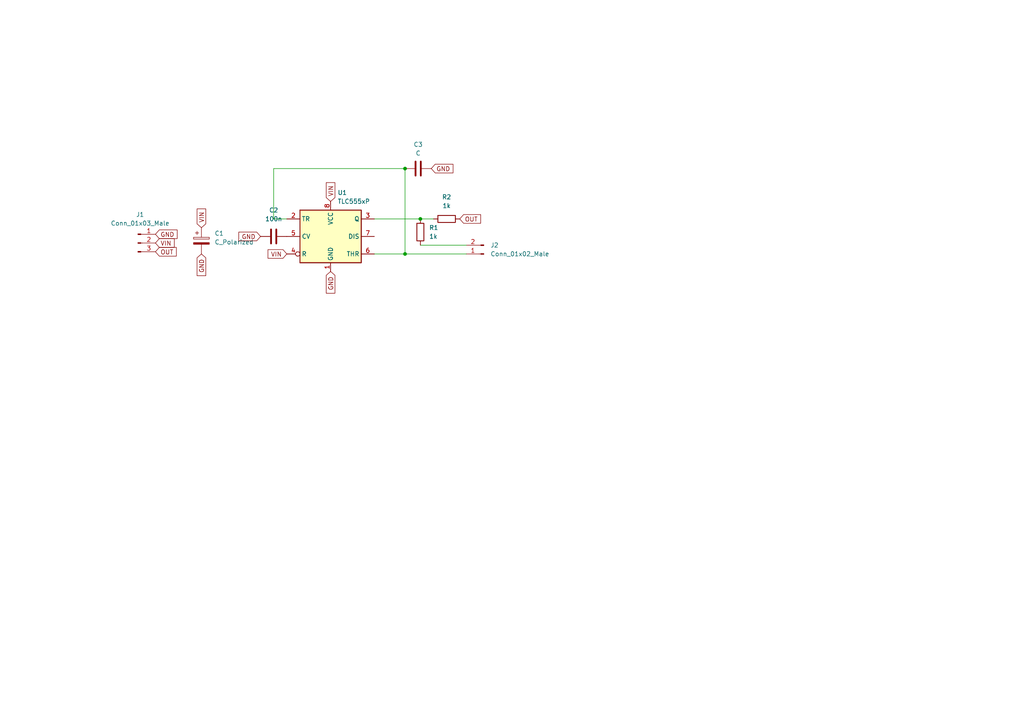
<source format=kicad_sch>
(kicad_sch (version 20230121) (generator eeschema)
  (paper "A4")
  (lib_symbols
    (symbol "Connector:Conn_01x02_Male" (pin_names (offset 1.016) hide)
      (property "Reference" "J" (at 0 2.54 0))
      (property "Value" "Conn_01x02_Male" (at 0 -5.08 0))
      (symbol "Conn_01x02_Male_1_1"
        (polyline (pts (xy 1.27 -2.54) (xy 0.8636 -2.54)) (stroke (width 0.1524)))
        (polyline (pts (xy 1.27 0) (xy 0.8636 0)) (stroke (width 0.1524)))
        (rectangle (start 0.8636 -2.413) (end 0 -2.667) (stroke (width 0.1524)) (fill (type outline)))
        (rectangle (start 0.8636 0.127) (end 0 -0.127) (stroke (width 0.1524)) (fill (type outline)))
        (pin passive line (at 5.08 0 180) (length 3.81) (name "Pin_1") (number "1"))
        (pin passive line (at 5.08 -2.54 180) (length 3.81) (name "Pin_2") (number "2"))
      )
    )
    (symbol "Connector:Conn_01x03_Male" (pin_names (offset 1.016) hide)
      (property "Reference" "J" (at 0 5.08 0))
      (property "Value" "Conn_01x03_Male" (at 0 -5.08 0))
      (symbol "Conn_01x03_Male_1_1"
        (polyline (pts (xy 1.27 -2.54) (xy 0.8636 -2.54)) (stroke (width 0.1524)))
        (polyline (pts (xy 1.27 0) (xy 0.8636 0)) (stroke (width 0.1524)))
        (polyline (pts (xy 1.27 2.54) (xy 0.8636 2.54)) (stroke (width 0.1524)))
        (rectangle (start 0.8636 -2.413) (end 0 -2.667) (stroke (width 0.1524)) (fill (type outline)))
        (rectangle (start 0.8636 0.127) (end 0 -0.127) (stroke (width 0.1524)) (fill (type outline)))
        (rectangle (start 0.8636 2.667) (end 0 2.413) (stroke (width 0.1524)) (fill (type outline)))
        (pin passive line (at 5.08 2.54 180) (length 3.81) (name "Pin_1") (number "1"))
        (pin passive line (at 5.08 0 180) (length 3.81) (name "Pin_2") (number "2"))
        (pin passive line (at 5.08 -2.54 180) (length 3.81) (name "Pin_3") (number "3"))
      )
    )
    (symbol "Device:C" (pin_numbers hide) (pin_names (offset 0.254))
      (property "Reference" "C" (at 0.635 2.54 0))
      (property "Value" "C" (at 0.635 -2.54 0))
      (symbol "C_0_1"
        (polyline (pts (xy -2.032 -0.762) (xy 2.032 -0.762)) (stroke (width 0.508)))
        (polyline (pts (xy -2.032 0.762) (xy 2.032 0.762)) (stroke (width 0.508)))
      )
      (symbol "C_1_1"
        (pin passive line (at 0 3.81 270) (length 2.794) (name "~") (number "1"))
        (pin passive line (at 0 -3.81 90) (length 2.794) (name "~") (number "2"))
      )
    )
    (symbol "Device:C_Polarized" (pin_numbers hide) (pin_names (offset 0.254))
      (property "Reference" "C" (at 0.635 2.54 0))
      (property "Value" "C_Polarized" (at 0.635 -2.54 0))
      (symbol "C_Polarized_0_1"
        (rectangle (start -2.286 0.508) (end 2.286 1.016))
        (polyline (pts (xy -1.778 2.286) (xy -0.762 2.286)))
        (polyline (pts (xy -1.27 2.794) (xy -1.27 1.778)))
        (rectangle (start 2.286 -0.508) (end -2.286 -1.016) (fill (type outline)))
      )
      (symbol "C_Polarized_1_1"
        (pin passive line (at 0 3.81 270) (length 2.794) (name "~") (number "1"))
        (pin passive line (at 0 -3.81 90) (length 2.794) (name "~") (number "2"))
      )
    )
    (symbol "Device:R" (pin_numbers hide) (pin_names (offset 0))
      (property "Reference" "R" (at 2.032 0 90))
      (property "Value" "R" (at 0 0 90))
      (symbol "R_0_1"
        (rectangle (start -1.016 -2.54) (end 1.016 2.54) (stroke (width 0.254)))
      )
      (symbol "R_1_1"
        (pin passive line (at 0 3.81 270) (length 1.27) (name "~") (number "1"))
        (pin passive line (at 0 -3.81 90) (length 1.27) (name "~") (number "2"))
      )
    )
    (symbol "Timer:TLC555xP"
      (property "Reference" "U" (at -10.16 8.89 0))
      (property "Value" "TLC555xP" (at 2.54 8.89 0))
      (symbol "TLC555xP_0_0"
        (pin power_in line (at 0 -10.16 90) (length 2.54) (name "GND") (number "1"))
        (pin power_in line (at 0 10.16 270) (length 2.54) (name "VCC") (number "8"))
      )
      (symbol "TLC555xP_0_1"
        (rectangle (start -8.89 -7.62) (end 8.89 7.62) (stroke (width 0.254)) (fill (type background)))
        (rectangle (start -8.89 -7.62) (end 8.89 7.62) (stroke (width 0.254)) (fill (type background)))
      )
      (symbol "TLC555xP_1_1"
        (pin input line (at -12.7 5.08 0) (length 3.81) (name "TR") (number "2"))
        (pin output line (at 12.7 5.08 180) (length 3.81) (name "Q") (number "3"))
        (pin input inverted (at -12.7 -5.08 0) (length 3.81) (name "R") (number "4"))
        (pin input line (at -12.7 0 0) (length 3.81) (name "CV") (number "5"))
        (pin input line (at 12.7 -5.08 180) (length 3.81) (name "THR") (number "6"))
        (pin input line (at 12.7 0 180) (length 3.81) (name "DIS") (number "7"))
      )
    )
  )
  (junction (at 117.475 73.66))
  (junction (at 121.92 63.5))
  (junction (at 117.475 48.895))
  (wire (pts (xy 108.585 63.5) (xy 121.92 63.5)))
  (wire (pts (xy 117.475 73.66) (xy 135.255 73.66)))
  (wire (pts (xy 79.375 63.5) (xy 79.375 48.895)))
  (wire (pts (xy 121.92 63.5) (xy 125.73 63.5)))
  (wire (pts (xy 121.92 71.12) (xy 135.255 71.12)))
  (wire (pts (xy 83.185 63.5) (xy 79.375 63.5)))
  (wire (pts (xy 79.375 48.895) (xy 117.475 48.895)))
  (wire (pts (xy 117.475 73.66) (xy 108.585 73.66)))
  (wire (pts (xy 117.475 48.895) (xy 117.475 73.66)))
  (global_label "VIN" (shape input) (at 58.42 66.04 90) (property "Intersheetrefs" "${INTERSHEET_REFS}" (effects hide)))
  (global_label "GND" (shape input) (at 58.42 73.66 270) (property "Intersheetrefs" "${INTERSHEET_REFS}" (effects hide)))
  (global_label "GND" (shape input) (at 125.095 48.895 0) (property "Intersheetrefs" "${INTERSHEET_REFS}" (effects hide)))
  (global_label "OUT" (shape input) (at 45.085 73.025 0) (property "Intersheetrefs" "${INTERSHEET_REFS}" (effects hide)))
  (global_label "VIN" (shape input) (at 95.885 58.42 90) (property "Intersheetrefs" "${INTERSHEET_REFS}" (effects hide)))
  (global_label "OUT" (shape input) (at 133.35 63.5 0) (property "Intersheetrefs" "${INTERSHEET_REFS}" (effects hide)))
  (global_label "VIN" (shape input) (at 45.085 70.485 0) (property "Intersheetrefs" "${INTERSHEET_REFS}" (effects hide)))
  (global_label "GND" (shape input) (at 95.885 78.74 270) (property "Intersheetrefs" "${INTERSHEET_REFS}" (effects hide)))
  (global_label "GND" (shape input) (at 45.085 67.945 0) (property "Intersheetrefs" "${INTERSHEET_REFS}" (effects hide)))
  (global_label "GND" (shape input) (at 75.565 68.58 180) (property "Intersheetrefs" "${INTERSHEET_REFS}" (effects hide)))
  (global_label "VIN" (shape input) (at 83.185 73.66 180) (property "Intersheetrefs" "${INTERSHEET_REFS}" (effects hide)))
  (symbol (lib_id "Device:C") (at 79.375 68.58 90) (unit 1)
    (property "Reference" "C2" (at 79.375 60.96 90))
    (property "Value" "100n" (at 79.375 63.5 90))
    (property "Footprint" "Capacitor_SMD:C_0805_2012Metric" (effects hide))
  )
  (symbol (lib_id "Connector:Conn_01x03_Male") (at 40.005 70.485 0) (unit 1)
    (property "Reference" "J1" (at 40.64 62.23 0))
    (property "Value" "Conn_01x03_Male" (at 40.64 64.77 0))
    (property "Footprint" "Connector_JST:JST_EH_B3B-EH-A_1x03_P2.50mm_Vertical" (effects hide))
  )
  (symbol (lib_id "Device:C_Polarized") (at 58.42 69.85 0) (unit 1)
    (property "Reference" "C1" (at 62.23 67.6909 0) (effects (justify left)))
    (property "Value" "C_Polarized" (at 62.23 70.2309 0) (effects (justify left)))
    (property "Footprint" "Capacitor_THT:CP_Radial_D8.0mm_P2.50mm" (effects hide))
  )
  (symbol (lib_id "Timer:TLC555xP") (at 95.885 68.58 0) (unit 1)
    (property "Reference" "U1" (at 97.9044 55.88 0) (effects (justify left)))
    (property "Value" "TLC555xP" (at 97.9044 58.42 0) (effects (justify left)))
    (property "Footprint" "Package_SO:SO-8_3.9x4.9mm_P1.27mm" (effects hide))
    (property "Datasheet" "http://www.ti.com/lit/ds/symlink/tlc555.pdf" (effects hide))
  )
  (symbol (lib_id "Device:C") (at 121.285 48.895 90) (unit 1)
    (property "Reference" "C3" (at 121.285 41.91 90))
    (property "Value" "C" (at 121.285 44.45 90))
    (property "Footprint" "Capacitor_SMD:C_0805_2012Metric" (effects hide))
  )
  (symbol (lib_id "Connector:Conn_01x02_Male") (at 140.335 73.66 180) (unit 1)
    (property "Reference" "J2" (at 142.24 71.1199 0) (effects (justify right)))
    (property "Value" "Conn_01x02_Male" (at 142.24 73.6599 0) (effects (justify right)))
    (property "Footprint" "Connector_JST:JST_XA_B02B-XASK-1_1x02_P2.50mm_Vertical" (effects hide))
  )
  (symbol (lib_id "Device:R") (at 121.92 67.31 0) (unit 1)
    (property "Reference" "R1" (at 124.46 66.0399 0) (effects (justify left)))
    (property "Value" "1k" (at 124.46 68.5799 0) (effects (justify left)))
    (property "Footprint" "Resistor_SMD:R_0805_2012Metric" (effects hide))
  )
  (symbol (lib_id "Device:R") (at 129.54 63.5 90) (unit 1)
    (property "Reference" "R2" (at 129.54 57.15 90))
    (property "Value" "1k" (at 129.54 59.69 90))
    (property "Footprint" "Resistor_SMD:R_0805_2012Metric" (effects hide))
  )
)
</source>
